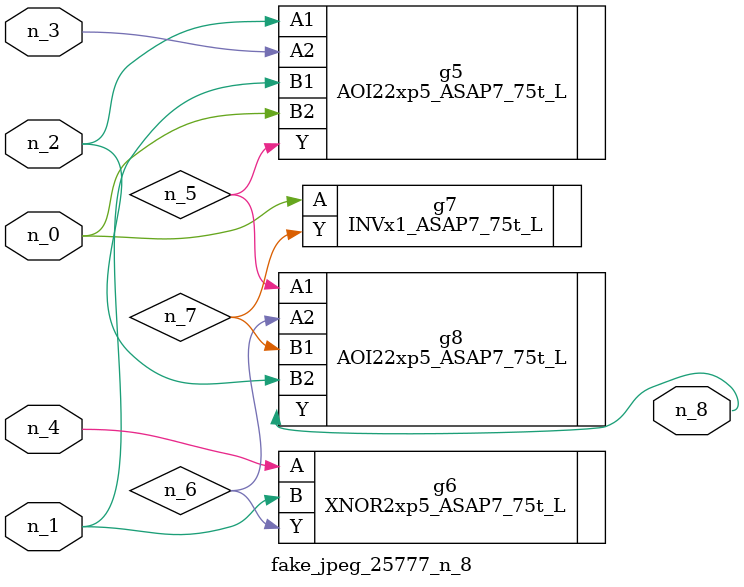
<source format=v>
module fake_jpeg_25777_n_8 (n_3, n_2, n_1, n_0, n_4, n_8);

input n_3;
input n_2;
input n_1;
input n_0;
input n_4;

output n_8;

wire n_6;
wire n_5;
wire n_7;

AOI22xp5_ASAP7_75t_L g5 ( 
.A1(n_2),
.A2(n_3),
.B1(n_1),
.B2(n_0),
.Y(n_5)
);

XNOR2xp5_ASAP7_75t_L g6 ( 
.A(n_4),
.B(n_1),
.Y(n_6)
);

INVx1_ASAP7_75t_L g7 ( 
.A(n_0),
.Y(n_7)
);

AOI22xp5_ASAP7_75t_L g8 ( 
.A1(n_5),
.A2(n_6),
.B1(n_7),
.B2(n_2),
.Y(n_8)
);


endmodule
</source>
